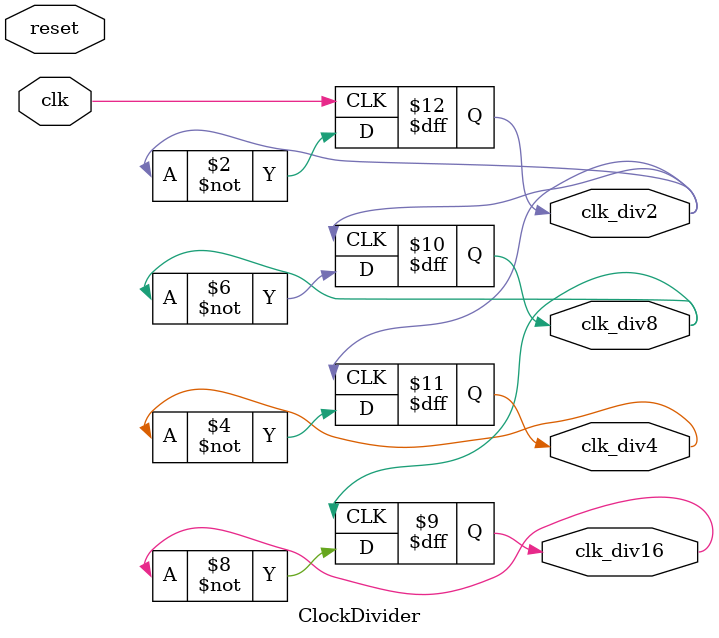
<source format=v>
module ClockDivider(
  input clk,
  input reset,
  
  output reg clk_div2,
  output reg clk_div4,
  output reg clk_div8,
  output reg clk_div16
);
  
  always @(posedge clk)
    clk_div2 <= ~clk_div2;
  
  always @(posedge clk_div2)
    clk_div4 <= ~clk_div4;
  
  always @(posedge clk_div2)
    clk_div8 <= ~clk_div8;
  
  always @(posedge clk_div8)
    clk_div16 <= ~clk_div16;
  
endmodule
</source>
